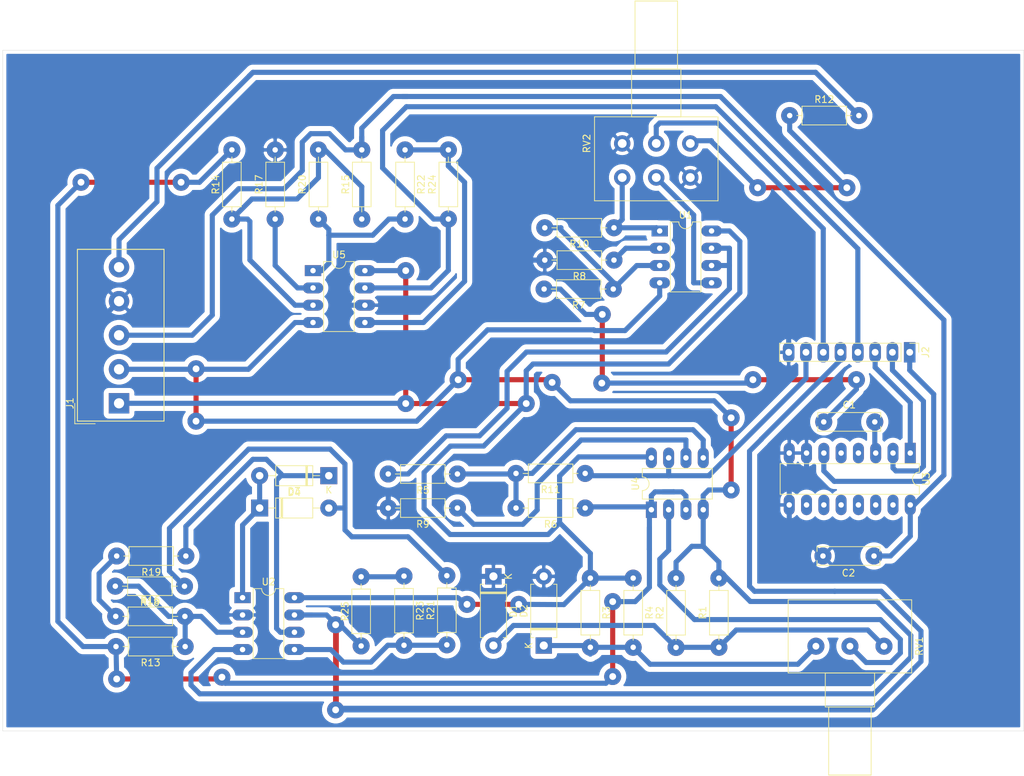
<source format=kicad_pcb>
(kicad_pcb (version 20171130) (host pcbnew "(5.1.6)-1")
  (layers (0 F.Cu signal) (31 B.Cu signal) (34 B.Paste user) (35 F.Paste user) (36 B.SilkS user) (37 F.SilkS user) (38 B.Mask user) (39 F.Mask user) (44 Edge.Cuts user))
  (net 0 "")
  (net 1 "Net-(C1-Pad1)")
  (net 2 /Input)
  (net 3 GND)
  (net 4 "Net-(D1-Pad2)")
  (net 5 "Net-(D2-Pad1)")
  (net 6 "Net-(D3-Pad2)")
  (net 7 "Net-(D3-Pad1)")
  (net 8 "Net-(D4-Pad1)")
  (net 9 /-12V)
  (net 10 /+12V)
  (net 11 /+5V)
  (net 12 /+3.3V)
  (net 13 /PolarityDac)
  (net 14 /OffsetDac)
  (net 15 /AmpDac)
  (net 16 /Output)
  (net 17 /AmpOut)
  (net 18 "Net-(R11-Pad2)")
  (net 19 /OffsetOut)
  (net 20 "Net-(R10-Pad2)")
  (net 21 "Net-(R8-Pad1)")
  (net 22 "Net-(R9-Pad1)")
  (net 23 "Net-(R10-Pad1)")
  (net 24 "Net-(R12-Pad1)")
  (net 25 "Net-(R13-Pad1)")
  (net 26 "Net-(R14-Pad1)")
  (net 27 "Net-(R16-Pad1)")
  (net 28 "Net-(R17-Pad1)")
  (net 29 "Net-(R20-Pad1)")
  (net 30 "Net-(R21-Pad1)")
  (net 31 "Net-(R22-Pad1)")
  (net 32 "Net-(R23-Pad1)")
  (net 33 "Net-(RV1-Pad2)")
  (net 34 "Net-(RV2-Pad5)")
  (net 35 /PWMInput)
  (net 36 /DACInput)
  (net 37 /B)
  (net 38 /A)
  (net 39 "Net-(U3-Pad4)")
  (net 40 "Net-(U3-Pad12)")
  (net 41 "Net-(U3-Pad5)")
  (net 42 /INH)
  (net 43 "Net-(U3-Pad15)")
  (net 44 "Net-(U3-Pad13)")
  (net 45 "Net-(U3-Pad14)")
  (module Package_DIP:DIP-16_W7.62mm_LongPads (layer F.Cu) (at 210.315 95.1757 270)
    (fp_text reference U3 (at 3.81 -2.33 90) (layer F.SilkS))
    (fp_text value CD4051B)
    (pad 16 thru_hole oval (at 7.62 0 270) (size 3 1.6) (drill 0.8) (layers *.Cu *.Mask) (net 11 /+5V))
    (pad 8 thru_hole oval (at 0 17.78 270) (size 3 1.6) (drill 0.8) (layers *.Cu *.Mask) (net 3 GND))
    (pad 15 thru_hole oval (at 7.62 2.54 270) (size 3 1.6) (drill 0.8) (layers *.Cu *.Mask) (net 43 "Net-(U3-Pad15)"))
    (pad 7 thru_hole oval (at 0 15.24 270) (size 3 1.6) (drill 0.8) (layers *.Cu *.Mask) (net 3 GND))
    (pad 14 thru_hole oval (at 7.62 5.08 270) (size 3 1.6) (drill 0.8) (layers *.Cu *.Mask) (net 45 "Net-(U3-Pad14)"))
    (pad 6 thru_hole oval (at 0 12.7 270) (size 3 1.6) (drill 0.8) (layers *.Cu *.Mask) (net 42 /INH))
    (pad 13 thru_hole oval (at 7.62 7.62 270) (size 3 1.6) (drill 0.8) (layers *.Cu *.Mask) (net 44 "Net-(U3-Pad13)"))
    (pad 5 thru_hole oval (at 0 10.16 270) (size 3 1.6) (drill 0.8) (layers *.Cu *.Mask) (net 41 "Net-(U3-Pad5)"))
    (pad 12 thru_hole oval (at 7.62 10.16 270) (size 3 1.6) (drill 0.8) (layers *.Cu *.Mask) (net 40 "Net-(U3-Pad12)"))
    (pad 4 thru_hole oval (at 0 7.62 270) (size 3 1.6) (drill 0.8) (layers *.Cu *.Mask) (net 39 "Net-(U3-Pad4)"))
    (pad 11 thru_hole oval (at 7.62 12.7 270) (size 3 1.6) (drill 0.8) (layers *.Cu *.Mask) (net 38 /A))
    (pad 3 thru_hole oval (at 0 5.08 270) (size 3 1.6) (drill 0.8) (layers *.Cu *.Mask) (net 2 /Input))
    (pad 10 thru_hole oval (at 7.62 15.24 270) (size 3 1.6) (drill 0.8) (layers *.Cu *.Mask) (net 37 /B))
    (pad 2 thru_hole oval (at 0 2.54 270) (size 3 1.6) (drill 0.8) (layers *.Cu *.Mask) (net 35 /PWMInput))
    (pad 9 thru_hole oval (at 7.62 17.78 270) (size 3 1.6) (drill 0.8) (layers *.Cu *.Mask) (net 3 GND))
    (pad 1 thru_hole rect (at 0 0 270) (size 3 1.6) (drill 0.8) (layers *.Cu *.Mask) (net 36 /DACInput))
  )
  (module TerminalBlock_Altech:Altech_AK300_1x05_P5.00mm_45-Degree (layer F.Cu) (at 94.0837 87.8678 90)
    (fp_text reference J1 (at 0 -7.2 90) (layer F.SilkS))
    (fp_text value Screw_Terminal_01x05)
    (pad 1 thru_hole rect (at 0 0 90) (size 3 3) (drill 1.5) (layers *.Cu *.Mask) (net 10 /+12V))
    (pad 2 thru_hole circle (at 5 0 90) (size 3 3) (drill 1.5) (layers *.Cu *.Mask) (net 9 /-12V))
    (pad 3 thru_hole circle (at 10 0 90) (size 3 3) (drill 1.5) (layers *.Cu *.Mask) (net 11 /+5V))
    (pad 4 thru_hole circle (at 15 0 90) (size 3 3) (drill 1.5) (layers *.Cu *.Mask) (net 3 GND))
    (pad 5 thru_hole circle (at 20 0 90) (size 3 3) (drill 1.5) (layers *.Cu *.Mask) (net 12 /+3.3V))
  )
  (module Resistor_THT:R_Axial_DIN0207_L6.3mm_D2.5mm_P10.16mm_Horizontal (layer F.Cu) (at 166.786 62.0838 180)
    (fp_text reference R10 (at 5.08 -2.37) (layer F.SilkS))
    (fp_text value 33k)
    (pad 1 thru_hole circle (at 0 0 180) (size 2.5 2.5) (drill 0.8) (layers *.Cu *.Mask) (net 23 "Net-(R10-Pad1)"))
    (pad 2 thru_hole oval (at 10.16 0 180) (size 2.5 2.5) (drill 0.8) (layers *.Cu *.Mask) (net 20 "Net-(R10-Pad2)"))
  )
  (module Resistor_THT:R_Axial_DIN0207_L6.3mm_D2.5mm_P10.16mm_Horizontal (layer F.Cu) (at 166.686 71.0838 180)
    (fp_text reference R7 (at 5.08 -2.37) (layer F.SilkS))
    (fp_text value 5.6k)
    (pad 1 thru_hole circle (at 0 0 180) (size 2.5 2.5) (drill 0.8) (layers *.Cu *.Mask) (net 20 "Net-(R10-Pad2)"))
    (pad 2 thru_hole oval (at 10.16 0 180) (size 2.5 2.5) (drill 0.8) (layers *.Cu *.Mask) (net 1 "Net-(C1-Pad1)"))
  )
  (module Resistor_THT:R_Axial_DIN0207_L6.3mm_D2.5mm_P10.16mm_Horizontal (layer F.Cu) (at 166.786 66.8338 180)
    (fp_text reference R8 (at 5.08 -2.37) (layer F.SilkS))
    (fp_text value 10k)
    (pad 2 thru_hole oval (at 10.16 0 180) (size 2.5 2.5) (drill 0.8) (layers *.Cu *.Mask) (net 3 GND))
    (pad 1 thru_hole circle (at 0 0 180) (size 2.5 2.5) (drill 0.8) (layers *.Cu *.Mask) (net 21 "Net-(R8-Pad1)"))
  )
  (module Potentiometer_THT:Potentiometer_Alps_RK163_Single_Horizontal (layer F.Cu) (at 196.45 123.55 270)
    (fp_text reference RV1 (at 0 -15.2 90) (layer F.SilkS))
    (fp_text value 10k)
    (pad 1 thru_hole circle (at 0 0 270) (size 2.5 2.5) (drill 1) (layers *.Cu *.Mask) (net 5 "Net-(D2-Pad1)"))
    (pad 2 thru_hole circle (at 0 -5 270) (size 2.5 2.5) (drill 1) (layers *.Cu *.Mask) (net 33 "Net-(RV1-Pad2)"))
    (pad 3 thru_hole circle (at 0 -10 270) (size 2.5 2.5) (drill 1) (layers *.Cu *.Mask) (net 4 "Net-(D1-Pad2)"))
  )
  (module Potentiometer_THT:Potentiometer_Alps_RK163_Dual_Horizontal (layer F.Cu) (at 178 49.7 90)
    (fp_text reference RV2 (at 0 -15.2 90) (layer F.SilkS))
    (fp_text value 100k)
    (pad 4 thru_hole circle (at -5 0 90) (size 2.4 2.4) (drill 1.3) (layers *.Cu *.Mask) (net 3 GND))
    (pad 5 thru_hole circle (at -5 -5 90) (size 2.4 2.4) (drill 1.3) (layers *.Cu *.Mask) (net 34 "Net-(RV2-Pad5)"))
    (pad 6 thru_hole circle (at -5 -10 90) (size 2.4 2.4) (drill 1.3) (layers *.Cu *.Mask) (net 23 "Net-(R10-Pad1)"))
    (pad 1 thru_hole circle (at 0 0 90) (size 2.4 2.4) (drill 1.3) (layers *.Cu *.Mask) (net 24 "Net-(R12-Pad1)"))
    (pad 2 thru_hole circle (at 0 -5 90) (size 2.4 2.4) (drill 1.3) (layers *.Cu *.Mask) (net 15 /AmpDac))
    (pad 3 thru_hole circle (at 0 -10 90) (size 2.4 2.4) (drill 1.3) (layers *.Cu *.Mask) (net 3 GND))
  )
  (module Resistor_THT:R_Axial_DIN0207_L6.3mm_D2.5mm_P10.16mm_Horizontal (layer F.Cu) (at 143.792 103.25 180)
    (fp_text reference R9 (at 5.08 -2.37) (layer F.SilkS))
    (fp_text value 10k)
    (pad 2 thru_hole oval (at 10.16 0 180) (size 2.5 2.5) (drill 0.8) (layers *.Cu *.Mask) (net 3 GND))
    (pad 1 thru_hole circle (at 0 0 180) (size 2.5 2.5) (drill 0.8) (layers *.Cu *.Mask) (net 22 "Net-(R9-Pad1)"))
  )
  (module Resistor_THT:R_Axial_DIN0207_L6.3mm_D2.5mm_P10.16mm_Horizontal (layer F.Cu) (at 162.56 98.1667 180)
    (fp_text reference R11 (at 5.08 -2.37) (layer F.SilkS))
    (fp_text value 10k)
    (pad 1 thru_hole circle (at 0 0 180) (size 2.5 2.5) (drill 0.8) (layers *.Cu *.Mask) (net 16 /Output))
    (pad 2 thru_hole oval (at 10.16 0 180) (size 2.5 2.5) (drill 0.8) (layers *.Cu *.Mask) (net 18 "Net-(R11-Pad2)"))
  )
  (module Resistor_THT:R_Axial_DIN0207_L6.3mm_D2.5mm_P10.16mm_Horizontal (layer F.Cu) (at 143.792 98.25 180)
    (fp_text reference R5 (at 5.08 -2.37) (layer F.SilkS))
    (fp_text value 10k)
    (pad 1 thru_hole circle (at 0 0 180) (size 2.5 2.5) (drill 0.8) (layers *.Cu *.Mask) (net 18 "Net-(R11-Pad2)"))
    (pad 2 thru_hole oval (at 10.16 0 180) (size 2.5 2.5) (drill 0.8) (layers *.Cu *.Mask) (net 17 /AmpOut))
  )
  (module Diode_THT:D_DO-15_P10.16mm_Horizontal (layer F.Cu) (at 149.081 113.29 270)
    (fp_text reference D1 (at 5.08 -2.92 270) (layer F.SilkS))
    (fp_text value D_Zener)
    (fp_text user K (at 0 -2.2 270) (layer F.SilkS))
    (pad 1 thru_hole rect (at 0 0 270) (size 2.4 2.4) (drill 1.2) (layers *.Cu *.Mask) (net 3 GND))
    (pad 2 thru_hole oval (at 10.16 0 270) (size 2.4 2.4) (drill 1.2) (layers *.Cu *.Mask) (net 4 "Net-(D1-Pad2)"))
  )
  (module Diode_THT:D_DO-15_P10.16mm_Horizontal (layer F.Cu) (at 156.475 123.45 90)
    (fp_text reference D2 (at 5.08 -2.92 270) (layer F.SilkS))
    (fp_text value D_Zener)
    (fp_text user K (at 0 -2.2 270) (layer F.SilkS))
    (pad 2 thru_hole oval (at 10.16 0 90) (size 2.4 2.4) (drill 1.2) (layers *.Cu *.Mask) (net 3 GND))
    (pad 1 thru_hole rect (at 0 0 90) (size 2.4 2.4) (drill 1.2) (layers *.Cu *.Mask) (net 5 "Net-(D2-Pad1)"))
  )
  (module Diode_THT:D_DO-41_SOD81_P10.16mm_Horizontal (layer F.Cu) (at 114.74 103.25)
    (fp_text reference D3 (at 5.08 -2.47) (layer F.SilkS))
    (fp_text value 1N4007)
    (pad 1 thru_hole rect (at 0 0) (size 2.5 2.5) (drill 1.1) (layers *.Cu *.Mask) (net 7 "Net-(D3-Pad1)"))
    (pad 2 thru_hole oval (at 10.16 0) (size 2.5 2.5) (drill 1.1) (layers *.Cu *.Mask) (net 6 "Net-(D3-Pad2)"))
  )
  (module Diode_THT:D_DO-41_SOD81_P10.16mm_Horizontal (layer F.Cu) (at 124.9 98.5 180)
    (fp_text reference D4 (at 5.08 -2.47) (layer F.SilkS))
    (fp_text value 1N4007)
    (fp_text user K (at 0 -2.1) (layer F.SilkS))
    (pad 2 thru_hole oval (at 10.16 0 180) (size 2.5 2.5) (drill 1.1) (layers *.Cu *.Mask) (net 7 "Net-(D3-Pad1)"))
    (pad 1 thru_hole rect (at 0 0 180) (size 2.5 2.5) (drill 1.1) (layers *.Cu *.Mask) (net 8 "Net-(D4-Pad1)"))
  )
  (module Resistor_THT:R_Axial_DIN0207_L6.3mm_D2.5mm_P10.16mm_Horizontal (layer F.Cu) (at 182.2 123.71 90)
    (fp_text reference R1 (at 5.08 -2.37 270) (layer F.SilkS))
    (fp_text value 8.2k)
    (pad 2 thru_hole oval (at 10.16 0 90) (size 2.5 2.5) (drill 0.8) (layers *.Cu *.Mask) (net 9 /-12V))
    (pad 1 thru_hole circle (at 0 0 90) (size 2.5 2.5) (drill 0.8) (layers *.Cu *.Mask) (net 4 "Net-(D1-Pad2)"))
  )
  (module Resistor_THT:R_Axial_DIN0207_L6.3mm_D2.5mm_P10.16mm_Horizontal (layer F.Cu) (at 175.906 123.728 90)
    (fp_text reference R2 (at 5.08 -2.37 270) (layer F.SilkS))
    (fp_text value 47k)
    (pad 1 thru_hole circle (at 0 0 90) (size 2.5 2.5) (drill 0.8) (layers *.Cu *.Mask) (net 4 "Net-(D1-Pad2)"))
    (pad 2 thru_hole oval (at 10.16 0 90) (size 2.5 2.5) (drill 0.8) (layers *.Cu *.Mask) (net 9 /-12V))
  )
  (module Resistor_THT:R_Axial_DIN0207_L6.3mm_D2.5mm_P10.16mm_Horizontal (layer F.Cu) (at 163.319 113.55 270)
    (fp_text reference R3 (at 5.08 -2.37 270) (layer F.SilkS))
    (fp_text value 8.2k)
    (pad 1 thru_hole circle (at 0 0 270) (size 2.5 2.5) (drill 0.8) (layers *.Cu *.Mask) (net 10 /+12V))
    (pad 2 thru_hole oval (at 10.16 0 270) (size 2.5 2.5) (drill 0.8) (layers *.Cu *.Mask) (net 5 "Net-(D2-Pad1)"))
  )
  (module Resistor_THT:R_Axial_DIN0207_L6.3mm_D2.5mm_P10.16mm_Horizontal (layer F.Cu) (at 169.612 113.55 270)
    (fp_text reference R4 (at 5.08 -2.37 270) (layer F.SilkS))
    (fp_text value 47k)
    (pad 2 thru_hole oval (at 10.16 0 270) (size 2.5 2.5) (drill 0.8) (layers *.Cu *.Mask) (net 5 "Net-(D2-Pad1)"))
    (pad 1 thru_hole circle (at 0 0 270) (size 2.5 2.5) (drill 0.8) (layers *.Cu *.Mask) (net 10 /+12V))
  )
  (module Resistor_THT:R_Axial_DIN0207_L6.3mm_D2.5mm_P10.16mm_Horizontal (layer F.Cu) (at 162.56 103.25 180)
    (fp_text reference R6 (at 5.08 -2.37) (layer F.SilkS))
    (fp_text value 10k)
    (pad 2 thru_hole oval (at 10.16 0 180) (size 2.5 2.5) (drill 0.8) (layers *.Cu *.Mask) (net 18 "Net-(R11-Pad2)"))
    (pad 1 thru_hole circle (at 0 0 180) (size 2.5 2.5) (drill 0.8) (layers *.Cu *.Mask) (net 19 /OffsetOut))
  )
  (module Resistor_THT:R_Axial_DIN0207_L6.3mm_D2.5mm_P10.16mm_Horizontal (layer F.Cu) (at 192.6 45.6)
    (fp_text reference R12 (at 5.08 -2.37) (layer F.SilkS))
    (fp_text value 10k)
    (pad 2 thru_hole oval (at 10.16 0) (size 2.5 2.5) (drill 0.8) (layers *.Cu *.Mask) (net 12 /+3.3V))
    (pad 1 thru_hole circle (at 0 0) (size 2.5 2.5) (drill 0.8) (layers *.Cu *.Mask) (net 24 "Net-(R12-Pad1)"))
  )
  (module Resistor_THT:R_Axial_DIN0207_L6.3mm_D2.5mm_P10.16mm_Horizontal (layer F.Cu) (at 103.8 123.6 180)
    (fp_text reference R13 (at 5.08 -2.37) (layer F.SilkS))
    (fp_text value 10k)
    (pad 2 thru_hole oval (at 10.16 0 180) (size 2.5 2.5) (drill 0.8) (layers *.Cu *.Mask) (net 19 /OffsetOut))
    (pad 1 thru_hole circle (at 0 0 180) (size 2.5 2.5) (drill 0.8) (layers *.Cu *.Mask) (net 25 "Net-(R13-Pad1)"))
  )
  (module Resistor_THT:R_Axial_DIN0207_L6.3mm_D2.5mm_P10.16mm_Horizontal (layer F.Cu) (at 110.66 60.8026 90)
    (fp_text reference R14 (at 5.08 -2.37 90) (layer F.SilkS))
    (fp_text value 33k)
    (pad 1 thru_hole circle (at 0 0 90) (size 2.5 2.5) (drill 0.8) (layers *.Cu *.Mask) (net 26 "Net-(R14-Pad1)"))
    (pad 2 thru_hole oval (at 10.16 0 90) (size 2.5 2.5) (drill 0.8) (layers *.Cu *.Mask) (net 19 /OffsetOut))
  )
  (module Resistor_THT:R_Axial_DIN0207_L6.3mm_D2.5mm_P10.16mm_Horizontal (layer F.Cu) (at 129.74 60.8026 90)
    (fp_text reference R15 (at 5.08 -2.37 90) (layer F.SilkS))
    (fp_text value 33k)
    (pad 2 thru_hole oval (at 10.16 0 90) (size 2.5 2.5) (drill 0.8) (layers *.Cu *.Mask) (net 11 /+5V))
    (pad 1 thru_hole circle (at 0 0 90) (size 2.5 2.5) (drill 0.8) (layers *.Cu *.Mask) (net 26 "Net-(R14-Pad1)"))
  )
  (module Resistor_THT:R_Axial_DIN0207_L6.3mm_D2.5mm_P10.16mm_Horizontal (layer F.Cu) (at 93.6 119.167)
    (fp_text reference R16 (at 5.08 -2.37) (layer F.SilkS))
    (fp_text value 3.3k)
    (pad 2 thru_hole oval (at 10.16 0) (size 2.5 2.5) (drill 0.8) (layers *.Cu *.Mask) (net 25 "Net-(R13-Pad1)"))
    (pad 1 thru_hole circle (at 0 0) (size 2.5 2.5) (drill 0.8) (layers *.Cu *.Mask) (net 27 "Net-(R16-Pad1)"))
  )
  (module Resistor_THT:R_Axial_DIN0207_L6.3mm_D2.5mm_P10.16mm_Horizontal (layer F.Cu) (at 117.02 60.8026 90)
    (fp_text reference R17 (at 5.08 -2.37 90) (layer F.SilkS))
    (fp_text value 10k)
    (pad 2 thru_hole oval (at 10.16 0 90) (size 2.5 2.5) (drill 0.8) (layers *.Cu *.Mask) (net 3 GND))
    (pad 1 thru_hole circle (at 0 0 90) (size 2.5 2.5) (drill 0.8) (layers *.Cu *.Mask) (net 28 "Net-(R17-Pad1)"))
  )
  (module Resistor_THT:R_Axial_DIN0207_L6.3mm_D2.5mm_P10.16mm_Horizontal (layer F.Cu) (at 103.7 114.733 180)
    (fp_text reference R18 (at 5.08 -2.37) (layer F.SilkS))
    (fp_text value 10k)
    (pad 1 thru_hole circle (at 0 0 180) (size 2.5 2.5) (drill 0.8) (layers *.Cu *.Mask) (net 6 "Net-(D3-Pad2)"))
    (pad 2 thru_hole oval (at 10.16 0 180) (size 2.5 2.5) (drill 0.8) (layers *.Cu *.Mask) (net 25 "Net-(R13-Pad1)"))
  )
  (module Resistor_THT:R_Axial_DIN0207_L6.3mm_D2.5mm_P10.16mm_Horizontal (layer F.Cu) (at 103.9 110.3 180)
    (fp_text reference R19 (at 5.08 -2.37) (layer F.SilkS))
    (fp_text value 2.7k)
    (pad 1 thru_hole circle (at 0 0 180) (size 2.5 2.5) (drill 0.8) (layers *.Cu *.Mask) (net 8 "Net-(D4-Pad1)"))
    (pad 2 thru_hole oval (at 10.16 0 180) (size 2.5 2.5) (drill 0.8) (layers *.Cu *.Mask) (net 27 "Net-(R16-Pad1)"))
  )
  (module Resistor_THT:R_Axial_DIN0207_L6.3mm_D2.5mm_P10.16mm_Horizontal (layer F.Cu) (at 123.38 60.8026 90)
    (fp_text reference R20 (at 5.08 -2.37 90) (layer F.SilkS))
    (fp_text value 10k)
    (pad 1 thru_hole circle (at 0 0 90) (size 2.5 2.5) (drill 0.8) (layers *.Cu *.Mask) (net 29 "Net-(R20-Pad1)"))
    (pad 2 thru_hole oval (at 10.16 0 90) (size 2.5 2.5) (drill 0.8) (layers *.Cu *.Mask) (net 26 "Net-(R14-Pad1)"))
  )
  (module Resistor_THT:R_Axial_DIN0207_L6.3mm_D2.5mm_P10.16mm_Horizontal (layer F.Cu) (at 142.238 123.346 90)
    (fp_text reference R21 (at 5.08 -2.37 90) (layer F.SilkS))
    (fp_text value 10k)
    (pad 1 thru_hole circle (at 0 0 90) (size 2.5 2.5) (drill 0.8) (layers *.Cu *.Mask) (net 30 "Net-(R21-Pad1)"))
    (pad 2 thru_hole oval (at 10.16 0 90) (size 2.5 2.5) (drill 0.8) (layers *.Cu *.Mask) (net 6 "Net-(D3-Pad2)"))
  )
  (module Resistor_THT:R_Axial_DIN0207_L6.3mm_D2.5mm_P10.16mm_Horizontal (layer F.Cu) (at 136.1 50.6426 270)
    (fp_text reference R22 (at 5.08 -2.37 90) (layer F.SilkS))
    (fp_text value 10k)
    (pad 1 thru_hole circle (at 0 0 270) (size 2.5 2.5) (drill 0.8) (layers *.Cu *.Mask) (net 31 "Net-(R22-Pad1)"))
    (pad 2 thru_hole oval (at 10.16 0 270) (size 2.5 2.5) (drill 0.8) (layers *.Cu *.Mask) (net 29 "Net-(R20-Pad1)"))
  )
  (module Resistor_THT:R_Axial_DIN0207_L6.3mm_D2.5mm_P10.16mm_Horizontal (layer F.Cu) (at 135.944 113.25 270)
    (fp_text reference R23 (at 5.08 -2.37 90) (layer F.SilkS))
    (fp_text value 3.3k)
    (pad 1 thru_hole circle (at 0 0 270) (size 2.5 2.5) (drill 0.8) (layers *.Cu *.Mask) (net 32 "Net-(R23-Pad1)"))
    (pad 2 thru_hole oval (at 10.16 0 270) (size 2.5 2.5) (drill 0.8) (layers *.Cu *.Mask) (net 30 "Net-(R21-Pad1)"))
  )
  (module Resistor_THT:R_Axial_DIN0207_L6.3mm_D2.5mm_P10.16mm_Horizontal (layer F.Cu) (at 142.46 60.8026 90)
    (fp_text reference R24 (at 5.08 -2.37 90) (layer F.SilkS))
    (fp_text value 10k)
    (pad 2 thru_hole oval (at 10.16 0 90) (size 2.5 2.5) (drill 0.8) (layers *.Cu *.Mask) (net 31 "Net-(R22-Pad1)"))
    (pad 1 thru_hole circle (at 0 0 90) (size 2.5 2.5) (drill 0.8) (layers *.Cu *.Mask) (net 13 /PolarityDac))
  )
  (module Resistor_THT:R_Axial_DIN0207_L6.3mm_D2.5mm_P10.16mm_Horizontal (layer F.Cu) (at 129.65 123.51 90)
    (fp_text reference R25 (at 5.08 -2.37 90) (layer F.SilkS))
    (fp_text value 2.7k)
    (pad 2 thru_hole oval (at 10.16 0 90) (size 2.5 2.5) (drill 0.8) (layers *.Cu *.Mask) (net 32 "Net-(R23-Pad1)"))
    (pad 1 thru_hole circle (at 0 0 90) (size 2.5 2.5) (drill 0.8) (layers *.Cu *.Mask) (net 14 /OffsetDac))
  )
  (module Connector_PinHeader_2.54mm:PinHeader_1x08_P2.54mm_Vertical (layer F.Cu) (at 210.2313 80.3761 270)
    (fp_text reference J2 (at 0 -2.33 270) (layer F.SilkS))
    (fp_text value Conn_01x08)
    (pad 1 thru_hole rect (at 0 0 270) (size 3 1.7) (drill 1) (layers *.Cu *.Mask) (net 42 /INH))
    (pad 2 thru_hole oval (at 0 2.54 270) (size 3 1.7) (drill 1) (layers *.Cu *.Mask) (net 35 /PWMInput))
    (pad 3 thru_hole oval (at 0 5.08 270) (size 3 1.7) (drill 1) (layers *.Cu *.Mask) (net 36 /DACInput))
    (pad 4 thru_hole oval (at 0 7.62 270) (size 3 1.7) (drill 1) (layers *.Cu *.Mask) (net 13 /PolarityDac))
    (pad 5 thru_hole oval (at 0 10.16 270) (size 3 1.7) (drill 1) (layers *.Cu *.Mask) (net 14 /OffsetDac))
    (pad 6 thru_hole oval (at 0 12.7 270) (size 3 1.7) (drill 1) (layers *.Cu *.Mask) (net 15 /AmpDac))
    (pad 7 thru_hole oval (at 0 15.24 270) (size 3 1.7) (drill 1) (layers *.Cu *.Mask) (net 16 /Output))
    (pad 8 thru_hole oval (at 0 17.78 270) (size 3 1.7) (drill 1) (layers *.Cu *.Mask) (net 3 GND))
  )
  (module Package_DIP:DIP-8_W7.62mm_LongPads (layer F.Cu) (at 173.503 62.5489)
    (fp_text reference U1 (at 3.81 -2.33) (layer F.SilkS))
    (fp_text value TL072)
    (pad 8 thru_hole oval (at 7.62 0) (size 3 1.6) (drill 0.8) (layers *.Cu *.Mask) (net 10 /+12V))
    (pad 4 thru_hole oval (at 0 7.62) (size 3 1.6) (drill 0.8) (layers *.Cu *.Mask) (net 9 /-12V))
    (pad 7 thru_hole oval (at 7.62 2.54) (size 3 1.6) (drill 0.8) (layers *.Cu *.Mask) (net 17 /AmpOut))
    (pad 3 thru_hole oval (at 0 5.08) (size 3 1.6) (drill 0.8) (layers *.Cu *.Mask) (net 20 "Net-(R10-Pad2)"))
    (pad 6 thru_hole oval (at 7.62 5.08) (size 3 1.6) (drill 0.8) (layers *.Cu *.Mask) (net 17 /AmpOut))
    (pad 2 thru_hole oval (at 0 2.54) (size 3 1.6) (drill 0.8) (layers *.Cu *.Mask) (net 21 "Net-(R8-Pad1)"))
    (pad 5 thru_hole oval (at 7.62 7.62) (size 3 1.6) (drill 0.8) (layers *.Cu *.Mask) (net 34 "Net-(RV2-Pad5)"))
    (pad 1 thru_hole rect (at 0 0) (size 2.4 1.6) (drill 0.8) (layers *.Cu *.Mask) (net 23 "Net-(R10-Pad1)"))
  )
  (module Package_DIP:DIP-8_W7.62mm_LongPads (layer F.Cu) (at 112.23 116.42)
    (fp_text reference U2 (at 3.81 -2.33) (layer F.SilkS))
    (fp_text value TL072)
    (pad 8 thru_hole oval (at 7.62 0) (size 3 1.6) (drill 0.8) (layers *.Cu *.Mask) (net 10 /+12V))
    (pad 4 thru_hole oval (at 0 7.62) (size 3 1.6) (drill 0.8) (layers *.Cu *.Mask) (net 9 /-12V))
    (pad 7 thru_hole oval (at 7.62 2.54) (size 3 1.6) (drill 0.8) (layers *.Cu *.Mask) (net 14 /OffsetDac))
    (pad 3 thru_hole oval (at 0 5.08) (size 3 1.6) (drill 0.8) (layers *.Cu *.Mask) (net 25 "Net-(R13-Pad1)"))
    (pad 6 thru_hole oval (at 7.62 5.08) (size 3 1.6) (drill 0.8) (layers *.Cu *.Mask) (net 8 "Net-(D4-Pad1)"))
    (pad 2 thru_hole oval (at 0 2.54) (size 3 1.6) (drill 0.8) (layers *.Cu *.Mask) (net 3 GND))
    (pad 5 thru_hole oval (at 7.62 7.62) (size 3 1.6) (drill 0.8) (layers *.Cu *.Mask) (net 30 "Net-(R21-Pad1)"))
    (pad 1 thru_hole rect (at 0 0) (size 2.4 1.6) (drill 0.8) (layers *.Cu *.Mask) (net 7 "Net-(D3-Pad1)"))
  )
  (module Package_DIP:DIP-8_W7.62mm_LongPads (layer F.Cu) (at 172.28 103.5 90)
    (fp_text reference U4 (at 3.81 -2.33 90) (layer F.SilkS))
    (fp_text value TL072)
    (pad 8 thru_hole oval (at 7.62 0 90) (size 3 1.6) (drill 0.8) (layers *.Cu *.Mask) (net 10 /+12V))
    (pad 4 thru_hole oval (at 0 7.62 90) (size 3 1.6) (drill 0.8) (layers *.Cu *.Mask) (net 9 /-12V))
    (pad 7 thru_hole oval (at 7.62 2.54 90) (size 3 1.6) (drill 0.8) (layers *.Cu *.Mask) (net 16 /Output))
    (pad 3 thru_hole oval (at 0 5.08 90) (size 3 1.6) (drill 0.8) (layers *.Cu *.Mask) (net 19 /OffsetOut))
    (pad 6 thru_hole oval (at 7.62 5.08 90) (size 3 1.6) (drill 0.8) (layers *.Cu *.Mask) (net 22 "Net-(R9-Pad1)"))
    (pad 2 thru_hole oval (at 0 2.54 90) (size 3 1.6) (drill 0.8) (layers *.Cu *.Mask) (net 33 "Net-(RV1-Pad2)"))
    (pad 5 thru_hole oval (at 7.62 7.62 90) (size 3 1.6) (drill 0.8) (layers *.Cu *.Mask) (net 18 "Net-(R11-Pad2)"))
    (pad 1 thru_hole rect (at 0 0 90) (size 2.4 1.6) (drill 0.8) (layers *.Cu *.Mask) (net 19 /OffsetOut))
  )
  (module Package_DIP:DIP-8_W7.62mm_LongPads (layer F.Cu) (at 122.58 68.38)
    (fp_text reference U5 (at 3.81 -2.33) (layer F.SilkS))
    (fp_text value TL072)
    (pad 1 thru_hole rect (at 0 0) (size 2.4 1.6) (drill 0.8) (layers *.Cu *.Mask) (net 29 "Net-(R20-Pad1)"))
    (pad 5 thru_hole oval (at 7.62 7.62) (size 3 1.6) (drill 0.8) (layers *.Cu *.Mask) (net 31 "Net-(R22-Pad1)"))
    (pad 2 thru_hole oval (at 0 2.54) (size 3 1.6) (drill 0.8) (layers *.Cu *.Mask) (net 28 "Net-(R17-Pad1)"))
    (pad 6 thru_hole oval (at 7.62 5.08) (size 3 1.6) (drill 0.8) (layers *.Cu *.Mask) (net 3 GND))
    (pad 3 thru_hole oval (at 0 5.08) (size 3 1.6) (drill 0.8) (layers *.Cu *.Mask) (net 26 "Net-(R14-Pad1)"))
    (pad 7 thru_hole oval (at 7.62 2.54) (size 3 1.6) (drill 0.8) (layers *.Cu *.Mask) (net 13 /PolarityDac))
    (pad 4 thru_hole oval (at 0 7.62) (size 3 1.6) (drill 0.8) (layers *.Cu *.Mask) (net 9 /-12V))
    (pad 8 thru_hole oval (at 7.62 0) (size 3 1.6) (drill 0.8) (layers *.Cu *.Mask) (net 10 /+12V))
  )
  (module Capacitor_THT:C_Rect_L9.0mm_W2.5mm_P7.50mm_MKT (layer F.Cu) (at 197.6 90.6)
    (fp_text reference C1 (at 3.75 -2.5 180) (layer F.SilkS))
    (fp_text value 100n)
    (pad 1 thru_hole circle (at 0 0) (size 2.5 2.5) (drill 0.8) (layers *.Cu *.Mask) (net 1 "Net-(C1-Pad1)"))
    (pad 2 thru_hole circle (at 7.5 0) (size 2.5 2.5) (drill 0.8) (layers *.Cu *.Mask) (net 2 /Input))
  )
  (module Capacitor_THT:C_Rect_L9.0mm_W2.5mm_P7.50mm_MKT (layer F.Cu) (at 204.985 110.296 180)
    (fp_text reference C2 (at 3.75 -2.5 180) (layer F.SilkS))
    (fp_text value 0.1uF)
    (pad 2 thru_hole circle (at 7.5 0 180) (size 2.5 2.5) (drill 0.8) (layers *.Cu *.Mask) (net 3 GND))
    (pad 1 thru_hole circle (at 0 0 180) (size 2.5 2.5) (drill 0.8) (layers *.Cu *.Mask) (net 11 /+5V))
  )
  (gr_line (start 227 136) (end 77 136) (layer Edge.Cuts) (width 0.05))
  (gr_line (start 227 36) (end 227 136) (layer Edge.Cuts) (width 0.05))
  (gr_line (start 77 36) (end 227 36) (layer Edge.Cuts) (width 0.05))
  (gr_line (start 77 136) (end 77 36) (layer Edge.Cuts) (width 0.05))
  (segment (start 158.9013 71.0838) (end 162.6275 74.81) (width 0.75) (layer B.Cu) (net 1))
  (segment (start 162.6275 74.81) (end 165.0734 74.81) (width 0.75) (layer B.Cu) (net 1))
  (segment (start 156.526 71.0838) (end 158.9013 71.0838) (width 0.75) (layer B.Cu) (net 1))
  (via (at 165.0734 74.81) (size 2.5) (drill 1) (layers F.Cu B.Cu) (net 1))
  (via (at 187.2 84.4) (size 2.5) (drill 1) (layers F.Cu B.Cu) (net 1))
  (segment (start 165.0734 84.1809) (end 165.0734 74.81) (width 0.75) (layer F.Cu) (net 1))
  (via (at 165 84.9) (size 2.5) (drill 1) (layers F.Cu B.Cu) (net 1))
  (segment (start 165 84.9) (end 165.0734 84.1809) (width 0.75) (layer F.Cu) (net 1))
  (segment (start 186.7 84.9) (end 187.2 84.4) (width 0.75) (layer B.Cu) (net 1))
  (segment (start 165 84.9) (end 186.7 84.9) (width 0.75) (layer B.Cu) (net 1))
  (segment (start 187.2 84.4) (end 202.4 84.4) (width 0.75) (layer F.Cu) (net 1))
  (via (at 202.4 84.4) (size 2.5) (drill 1) (layers F.Cu B.Cu) (net 1))
  (segment (start 202.4 85.8) (end 202.4 84.4) (width 0.75) (layer B.Cu) (net 1))
  (segment (start 197.6 90.6) (end 202.4 85.8) (width 0.75) (layer B.Cu) (net 1))
  (segment (start 205.1 95.0407) (end 205.235 95.1757) (width 0.75) (layer B.Cu) (net 2))
  (segment (start 205.1 90.6) (end 205.1 95.0407) (width 0.75) (layer B.Cu) (net 2))
  (segment (start 131.2267 97.2761) (end 127.0117 93.0611) (width 0.75) (layer B.Cu) (net 3))
  (segment (start 127.0117 93.0611) (end 92.4842 93.0611) (width 0.75) (layer B.Cu) (net 3))
  (segment (start 92.4842 93.0611) (end 89.9029 90.4798) (width 0.75) (layer B.Cu) (net 3))
  (segment (start 89.9029 90.4798) (end 89.9029 77.0486) (width 0.75) (layer B.Cu) (net 3))
  (segment (start 89.9029 77.0486) (end 94.0837 72.8678) (width 0.75) (layer B.Cu) (net 3))
  (segment (start 133.632 100.8747) (end 132.8587 100.8747) (width 0.75) (layer B.Cu) (net 3))
  (segment (start 132.8587 100.8747) (end 131.2267 99.2427) (width 0.75) (layer B.Cu) (net 3))
  (segment (start 131.2267 99.2427) (end 131.2267 97.2761) (width 0.75) (layer B.Cu) (net 3))
  (segment (start 154.2507 66.8338) (end 143.1132 77.9713) (width 0.75) (layer B.Cu) (net 3))
  (segment (start 143.1132 77.9713) (end 128.7258 77.9713) (width 0.75) (layer B.Cu) (net 3))
  (segment (start 128.7258 77.9713) (end 127.5747 76.8202) (width 0.75) (layer B.Cu) (net 3))
  (segment (start 127.5747 76.8202) (end 127.5747 73.46) (width 0.75) (layer B.Cu) (net 3))
  (segment (start 94.0837 72.8678) (end 94.0837 71.8066) (width 0.75) (layer B.Cu) (net 3))
  (segment (start 114.6447 51.2456) (end 114.6447 50.6426) (width 0.75) (layer B.Cu) (net 3))
  (segment (start 133.632 103.25) (end 133.632 100.8747) (width 0.75) (layer B.Cu) (net 3))
  (segment (start 192.4513 80.3761) (end 192.4513 80.2974) (width 0.75) (layer B.Cu) (net 3))
  (segment (start 133.632 103.25) (end 136.7157 103.25) (width 0.75) (layer B.Cu) (net 3))
  (segment (start 136.7157 103.25) (end 146.7557 113.29) (width 0.75) (layer B.Cu) (net 3))
  (segment (start 154.2507 61.0544) (end 154.2507 66.8338) (width 0.75) (layer B.Cu) (net 3))
  (segment (start 195.075 95.1757) (end 195.075 97.801) (width 0.75) (layer B.Cu) (net 3))
  (segment (start 192.535 96.4883) (end 193.8477 97.801) (width 0.75) (layer B.Cu) (net 3))
  (segment (start 193.8477 97.801) (end 195.075 97.801) (width 0.75) (layer B.Cu) (net 3))
  (segment (start 192.535 96.4883) (end 192.535 102.7957) (width 0.75) (layer B.Cu) (net 3))
  (segment (start 192.535 95.1757) (end 192.535 96.4883) (width 0.75) (layer B.Cu) (net 3))
  (segment (start 192.535 102.7957) (end 192.535 105.421) (width 0.75) (layer B.Cu) (net 3))
  (segment (start 192.535 105.421) (end 192.61 105.421) (width 0.75) (layer B.Cu) (net 3))
  (segment (start 192.61 105.421) (end 197.485 110.296) (width 0.75) (layer B.Cu) (net 3))
  (segment (start 156.626 66.8338) (end 154.2507 66.8338) (width 0.75) (layer B.Cu) (net 3))
  (segment (start 130.2 73.46) (end 127.5747 73.46) (width 0.75) (layer B.Cu) (net 3))
  (segment (start 192.4513 80.2974) (end 192.4513 65.4513) (width 0.75) (layer B.Cu) (net 3))
  (segment (start 156.475 113.29) (end 149.081 113.29) (width 0.75) (layer B.Cu) (net 3))
  (segment (start 149.081 113.29) (end 146.7557 113.29) (width 0.75) (layer B.Cu) (net 3))
  (segment (start 182.2 123.71) (end 184.7457 121.1643) (width 0.75) (layer B.Cu) (net 4))
  (segment (start 184.7457 121.1643) (end 204.0643 121.1643) (width 0.75) (layer B.Cu) (net 4))
  (segment (start 204.0643 121.1643) (end 206.45 123.55) (width 0.75) (layer B.Cu) (net 4))
  (segment (start 182.2 123.71) (end 175.924 123.71) (width 0.75) (layer B.Cu) (net 4))
  (segment (start 175.924 123.71) (end 175.906 123.728) (width 0.75) (layer B.Cu) (net 4))
  (segment (start 149.081 123.45) (end 152.031 120.5) (width 0.75) (layer B.Cu) (net 4))
  (segment (start 172.678 120.5) (end 175.906 123.728) (width 0.75) (layer B.Cu) (net 4))
  (segment (start 152.031 120.5) (end 172.678 120.5) (width 0.75) (layer B.Cu) (net 4))
  (segment (start 169.612 123.71) (end 172.102 126.2) (width 0.75) (layer B.Cu) (net 5))
  (segment (start 193.8 126.2) (end 196.45 123.55) (width 0.75) (layer B.Cu) (net 5))
  (segment (start 172.102 126.2) (end 193.8 126.2) (width 0.75) (layer B.Cu) (net 5))
  (segment (start 163.319 123.71) (end 163.319 124.719) (width 0.75) (layer B.Cu) (net 5))
  (segment (start 163.059 123.45) (end 163.319 123.71) (width 0.75) (layer B.Cu) (net 5))
  (segment (start 156.475 123.45) (end 163.059 123.45) (width 0.75) (layer B.Cu) (net 5))
  (segment (start 163.319 123.71) (end 169.612 123.71) (width 0.75) (layer B.Cu) (net 5))
  (segment (start 103.7 114.733) (end 101.4912 112.5242) (width 0.75) (layer B.Cu) (net 6))
  (segment (start 101.4912 112.5242) (end 101.4912 106.2321) (width 0.75) (layer B.Cu) (net 6))
  (segment (start 101.4912 106.2321) (end 113.1271 94.5962) (width 0.75) (layer B.Cu) (net 6))
  (segment (start 113.1271 94.5962) (end 125.0908 94.5962) (width 0.75) (layer B.Cu) (net 6))
  (segment (start 125.0908 94.5962) (end 127.2753 96.7807) (width 0.75) (layer B.Cu) (net 6))
  (segment (start 127.2753 96.7807) (end 127.2753 103.25) (width 0.75) (layer B.Cu) (net 6))
  (segment (start 124.9 103.25) (end 127.2753 103.25) (width 0.75) (layer B.Cu) (net 6))
  (segment (start 136.5273 107.4753) (end 142.238 113.186) (width 0.75) (layer B.Cu) (net 6))
  (segment (start 128.2753 107.4753) (end 136.5273 107.4753) (width 0.75) (layer B.Cu) (net 6))
  (segment (start 127.2753 103.25) (end 127.2753 106.4753) (width 0.75) (layer B.Cu) (net 6))
  (segment (start 127.2753 106.4753) (end 128.2753 107.4753) (width 0.75) (layer B.Cu) (net 6))
  (segment (start 112.23 105.76) (end 114.74 103.25) (width 0.75) (layer B.Cu) (net 7))
  (segment (start 112.23 116.42) (end 112.23 105.76) (width 0.75) (layer B.Cu) (net 7))
  (segment (start 114.74 103.25) (end 114.74 98.5) (width 0.75) (layer B.Cu) (net 7))
  (segment (start 117.8748 98.5) (end 117.8748 98.2387) (width 0.75) (layer B.Cu) (net 8))
  (segment (start 117.8748 98.2387) (end 115.7326 96.0965) (width 0.75) (layer B.Cu) (net 8))
  (segment (start 115.7326 96.0965) (end 113.7485 96.0965) (width 0.75) (layer B.Cu) (net 8))
  (segment (start 113.7485 96.0965) (end 103.9 105.945) (width 0.75) (layer B.Cu) (net 8))
  (segment (start 103.9 105.945) (end 103.9 110.3) (width 0.75) (layer B.Cu) (net 8))
  (segment (start 117.2247 99.1501) (end 117.8748 98.5) (width 0.75) (layer B.Cu) (net 8))
  (segment (start 117.8748 98.5) (end 124.9 98.5) (width 0.75) (layer B.Cu) (net 8))
  (segment (start 117.8 121.5) (end 117.2247 120.9247) (width 0.75) (layer B.Cu) (net 8))
  (segment (start 119.85 121.5) (end 117.8 121.5) (width 0.75) (layer B.Cu) (net 8))
  (segment (start 117.2247 120.9247) (end 117.2247 99.1501) (width 0.75) (layer B.Cu) (net 8))
  (segment (start 119.9547 76) (end 113.0869 82.8678) (width 0.75) (layer B.Cu) (net 9))
  (segment (start 122.58 76) (end 119.9547 76) (width 0.75) (layer B.Cu) (net 9))
  (segment (start 179.9 108.8747) (end 182.2 111.1747) (width 0.75) (layer B.Cu) (net 9))
  (segment (start 179.9 103.589) (end 179.9 108.8747) (width 0.75) (layer B.Cu) (net 9))
  (segment (start 178.224 108.8747) (end 175.906 111.1927) (width 0.75) (layer B.Cu) (net 9))
  (segment (start 175.906 113.568) (end 175.906 111.1927) (width 0.75) (layer B.Cu) (net 9))
  (segment (start 182.2 112.3623) (end 182.2 111.1747) (width 0.75) (layer B.Cu) (net 9))
  (segment (start 182.2 113.55) (end 182.2 112.3623) (width 0.75) (layer B.Cu) (net 9))
  (segment (start 179.9 103.589) (end 179.9 103.5) (width 0.75) (layer B.Cu) (net 9))
  (via (at 184 100.6) (size 2.5) (drill 1) (layers F.Cu B.Cu) (net 9))
  (via (at 184 90) (size 2.5) (drill 1) (layers F.Cu B.Cu) (net 9))
  (segment (start 184 90) (end 184 100.6) (width 0.75) (layer F.Cu) (net 9))
  (via (at 143.9 84.4) (size 2.5) (drill 1) (layers F.Cu B.Cu) (net 9))
  (segment (start 137.8068 90.4932) (end 143.9 84.4) (width 0.75) (layer B.Cu) (net 9))
  (segment (start 179.9 103.5) (end 179.9 101.4) (width 0.75) (layer B.Cu) (net 9))
  (segment (start 180.7 100.6) (end 184 100.6) (width 0.75) (layer B.Cu) (net 9))
  (segment (start 179.9 101.4) (end 180.7 100.6) (width 0.75) (layer B.Cu) (net 9))
  (segment (start 179.9 108.8747) (end 178.224 108.8747) (width 0.75) (layer B.Cu) (net 9))
  (segment (start 173.503 72.097) (end 173.503 70.1689) (width 0.75) (layer B.Cu) (net 9))
  (segment (start 143.9 81.4) (end 148.2242 77.0758) (width 0.75) (layer B.Cu) (net 9))
  (segment (start 143.9 84.4) (end 143.9 81.4) (width 0.75) (layer B.Cu) (net 9))
  (segment (start 148.2242 77.0758) (end 163.824198 77.0758) (width 0.75) (layer B.Cu) (net 9))
  (segment (start 168.414999 77.185001) (end 173.503 72.097) (width 0.75) (layer B.Cu) (net 9))
  (segment (start 163.824198 77.0758) (end 163.933399 77.185001) (width 0.75) (layer B.Cu) (net 9))
  (segment (start 163.933399 77.185001) (end 168.414999 77.185001) (width 0.75) (layer B.Cu) (net 9))
  (via (at 157.7 84.8) (size 2.5) (drill 1) (layers F.Cu B.Cu) (net 9))
  (segment (start 181.5 87.5) (end 184 90) (width 0.75) (layer B.Cu) (net 9))
  (segment (start 157.7 84.8) (end 160.4 87.5) (width 0.75) (layer B.Cu) (net 9))
  (segment (start 160.4 87.5) (end 181.5 87.5) (width 0.75) (layer B.Cu) (net 9))
  (segment (start 157.3 84.4) (end 157.7 84.8) (width 0.75) (layer F.Cu) (net 9))
  (segment (start 143.9 84.4) (end 157.3 84.4) (width 0.75) (layer F.Cu) (net 9))
  (segment (start 205.4091 116.9794) (end 186.8171 116.9794) (width 0.75) (layer B.Cu) (net 9))
  (segment (start 186.8171 116.9794) (end 182.2 112.3623) (width 0.75) (layer B.Cu) (net 9))
  (segment (start 104.6526 127.4743) (end 104.6526 129.2526) (width 0.75) (layer B.Cu) (net 9))
  (segment (start 210.3848 125.1669) (end 210.3848 121.9551) (width 0.75) (layer B.Cu) (net 9))
  (segment (start 205.01 130.5417) (end 210.3848 125.1669) (width 0.75) (layer B.Cu) (net 9))
  (segment (start 112.23 124.04) (end 108.0869 124.04) (width 0.75) (layer B.Cu) (net 9))
  (segment (start 104.6526 129.2526) (end 105.9417 130.5417) (width 0.75) (layer B.Cu) (net 9))
  (segment (start 210.3848 121.9551) (end 205.4091 116.9794) (width 0.75) (layer B.Cu) (net 9))
  (segment (start 108.0869 124.04) (end 104.6526 127.4743) (width 0.75) (layer B.Cu) (net 9))
  (segment (start 105.9417 130.5417) (end 205.01 130.5417) (width 0.75) (layer B.Cu) (net 9))
  (via (at 105.4 82.8) (size 2.5) (drill 1) (layers F.Cu B.Cu) (net 9))
  (segment (start 105.4678 82.8678) (end 105.4 82.8) (width 0.75) (layer B.Cu) (net 9))
  (segment (start 105.4678 82.8678) (end 94.0837 82.8678) (width 0.75) (layer B.Cu) (net 9))
  (segment (start 113.0869 82.8678) (end 105.4678 82.8678) (width 0.75) (layer B.Cu) (net 9))
  (via (at 105.3932 90.4932) (size 2.5) (drill 1) (layers F.Cu B.Cu) (net 9))
  (segment (start 105.4 90.4864) (end 105.3932 90.4932) (width 0.75) (layer F.Cu) (net 9))
  (segment (start 105.4 82.8) (end 105.4 90.4864) (width 0.75) (layer F.Cu) (net 9))
  (segment (start 105.3932 90.4932) (end 137.8068 90.4932) (width 0.75) (layer B.Cu) (net 9))
  (segment (start 158.8001 105.4564) (end 158.8001 98.5442) (width 0.75) (layer B.Cu) (net 10))
  (segment (start 158.8001 98.5442) (end 161.6049 95.7394) (width 0.75) (layer B.Cu) (net 10))
  (segment (start 161.6049 95.7394) (end 172.1394 95.7394) (width 0.75) (layer B.Cu) (net 10))
  (segment (start 172.1394 95.7394) (end 172.28 95.88) (width 0.75) (layer B.Cu) (net 10))
  (segment (start 163.319 113.55) (end 169.612 113.55) (width 0.75) (layer B.Cu) (net 10))
  (segment (start 158.8001 105.4564) (end 158.8564 105.4564) (width 0.75) (layer B.Cu) (net 10))
  (segment (start 163.319 109.919) (end 163.319 113.55) (width 0.75) (layer B.Cu) (net 10))
  (segment (start 158.8564 105.4564) (end 163.319 109.919) (width 0.75) (layer B.Cu) (net 10))
  (via (at 136.2 68.38) (size 2.5) (drill 1) (layers F.Cu B.Cu) (net 10))
  (segment (start 130.2 68.38) (end 136.2 68.38) (width 0.75) (layer B.Cu) (net 10))
  (via (at 136.2 87.9) (size 2.5) (drill 1) (layers F.Cu B.Cu) (net 10))
  (segment (start 136.2 68.38) (end 136.2 87.9) (width 0.75) (layer F.Cu) (net 10))
  (segment (start 136.1678 87.8678) (end 136.2 87.9) (width 0.75) (layer B.Cu) (net 10))
  (segment (start 94.0837 87.8678) (end 136.1678 87.8678) (width 0.75) (layer B.Cu) (net 10))
  (segment (start 183.7483 62.5489) (end 181.123 62.5489) (width 0.75) (layer B.Cu) (net 10))
  (segment (start 185.2772 64.0778) (end 183.7483 62.5489) (width 0.75) (layer B.Cu) (net 10))
  (segment (start 185.2772 71.6194) (end 185.2772 64.0778) (width 0.75) (layer B.Cu) (net 10))
  (segment (start 142.758467 94.158467) (end 138.9 98.016934) (width 0.75) (layer B.Cu) (net 10))
  (segment (start 153.9 87.9) (end 136.2 87.9) (width 0.75) (layer F.Cu) (net 10))
  (segment (start 138.9 98.016934) (end 138.9 103.312966) (width 0.75) (layer B.Cu) (net 10))
  (segment (start 157.11739 107.13911) (end 158.8001 105.4564) (width 0.75) (layer B.Cu) (net 10))
  (segment (start 174.8022 82.0944) (end 185.2772 71.6194) (width 0.75) (layer B.Cu) (net 10))
  (segment (start 138.9 103.312966) (end 142.726144 107.13911) (width 0.75) (layer B.Cu) (net 10))
  (segment (start 142.726144 107.13911) (end 157.11739 107.13911) (width 0.75) (layer B.Cu) (net 10))
  (via (at 153.9 87.9) (size 2.5) (drill 1) (layers F.Cu B.Cu) (net 10))
  (segment (start 142.95219 94.14781) (end 147.65219 94.14781) (width 0.75) (layer B.Cu) (net 10))
  (segment (start 147.65219 94.14781) (end 153.9 87.9) (width 0.75) (layer B.Cu) (net 10))
  (segment (start 142.941533 94.158467) (end 142.95219 94.14781) (width 0.75) (layer B.Cu) (net 10))
  (segment (start 142.758467 94.158467) (end 142.941533 94.158467) (width 0.75) (layer B.Cu) (net 10))
  (segment (start 153.9 83.0888) (end 154.8944 82.0944) (width 0.75) (layer B.Cu) (net 10))
  (segment (start 153.9 87.9) (end 153.9 83.0888) (width 0.75) (layer B.Cu) (net 10))
  (segment (start 154.8944 82.0944) (end 174.8022 82.0944) (width 0.75) (layer B.Cu) (net 10))
  (segment (start 152.8 117.4) (end 159.4323 117.4367) (width 0.75) (layer B.Cu) (net 10))
  (segment (start 159.4323 117.4367) (end 163.319 113.55) (width 0.75) (layer B.Cu) (net 10))
  (via (at 152.8 117.4) (size 2.5) (drill 1) (layers F.Cu B.Cu) (net 10))
  (segment (start 145.2 117.4) (end 152.8 117.4) (width 0.75) (layer F.Cu) (net 10))
  (segment (start 143.82 116.42) (end 119.85 116.42) (width 0.75) (layer B.Cu) (net 10))
  (via (at 145.2 117.4) (size 2.5) (drill 1) (layers F.Cu B.Cu) (net 10))
  (segment (start 145.2 117.4) (end 143.82 116.42) (width 0.75) (layer B.Cu) (net 10))
  (segment (start 210.8748 102.7957) (end 210.315 102.7957) (width 0.75) (layer B.Cu) (net 11))
  (segment (start 129.74 50.6426) (end 129.74 48.738666) (width 0.75) (layer B.Cu) (net 11))
  (segment (start 129.74 50.6426) (end 129.74 47.46) (width 0.75) (layer B.Cu) (net 11))
  (segment (start 129.74 47.46) (end 134.400018 42.799982) (width 0.75) (layer B.Cu) (net 11))
  (segment (start 134.400018 42.799982) (end 136.499981 42.799982) (width 0.75) (layer B.Cu) (net 11))
  (segment (start 135.678685 42.799981) (end 182.429181 42.799981) (width 0.75) (layer B.Cu) (net 11))
  (segment (start 182.429181 42.799981) (end 215.2534 75.6242) (width 0.75) (layer B.Cu) (net 11))
  (segment (start 210.315 102.7957) (end 210.315 107.385) (width 0.75) (layer B.Cu) (net 11))
  (segment (start 215.2534 75.6242) (end 215.2534 98.4171) (width 0.75) (layer B.Cu) (net 11))
  (segment (start 210.315 107.385) (end 207.404 110.296) (width 0.75) (layer B.Cu) (net 11))
  (segment (start 207.404 110.296) (end 204.985 110.296) (width 0.75) (layer B.Cu) (net 11))
  (segment (start 215.2534 98.4171) (end 210.8748 102.7957) (width 0.75) (layer B.Cu) (net 11))
  (segment (start 124.9817 48.2596) (end 127.3647 50.6426) (width 0.75) (layer B.Cu) (net 11))
  (segment (start 122.247998 48.2596) (end 124.9817 48.2596) (width 0.75) (layer B.Cu) (net 11))
  (segment (start 118.3476 56.3524) (end 121.004999 53.695001) (width 0.75) (layer B.Cu) (net 11))
  (segment (start 127.3647 50.6426) (end 129.74 50.6426) (width 0.75) (layer B.Cu) (net 11))
  (segment (start 94.0837 77.8678) (end 104.8322 77.8678) (width 0.75) (layer B.Cu) (net 11))
  (segment (start 121.004999 53.695001) (end 121.004999 49.502599) (width 0.75) (layer B.Cu) (net 11))
  (segment (start 107.7857 74.9143) (end 107.7857 60.2265) (width 0.75) (layer B.Cu) (net 11))
  (segment (start 104.8322 77.8678) (end 107.7857 74.9143) (width 0.75) (layer B.Cu) (net 11))
  (segment (start 107.7857 60.2265) (end 111.6598 56.3524) (width 0.75) (layer B.Cu) (net 11))
  (segment (start 121.004999 49.502599) (end 122.247998 48.2596) (width 0.75) (layer B.Cu) (net 11))
  (segment (start 111.6598 56.3524) (end 118.3476 56.3524) (width 0.75) (layer B.Cu) (net 11))
  (segment (start 99.6594 58.2594) (end 99.6594 53.3406) (width 0.75) (layer B.Cu) (net 12))
  (segment (start 94.0837 63.8351) (end 99.6594 58.2594) (width 0.75) (layer B.Cu) (net 12))
  (segment (start 94.0837 67.8678) (end 94.0837 63.8351) (width 0.75) (layer B.Cu) (net 12))
  (segment (start 113.2 39.8) (end 113.6 39.4) (width 0.75) (layer B.Cu) (net 12))
  (segment (start 99.6594 53.3406) (end 113.2 39.8) (width 0.75) (layer B.Cu) (net 12))
  (segment (start 196.41 39.25) (end 202.76 45.6) (width 0.75) (layer B.Cu) (net 12))
  (segment (start 113.75 39.25) (end 196.41 39.25) (width 0.75) (layer B.Cu) (net 12))
  (segment (start 113.2 39.8) (end 113.75 39.25) (width 0.75) (layer B.Cu) (net 12))
  (segment (start 181.742291 44.299991) (end 202.6113 65.169) (width 0.75) (layer B.Cu) (net 13))
  (segment (start 202.6113 65.169) (end 202.6113 80.3761) (width 0.75) (layer B.Cu) (net 13))
  (segment (start 142.46 60.8026) (end 140.3026 60.8026) (width 0.75) (layer B.Cu) (net 13))
  (segment (start 140.3026 60.8026) (end 132.8 53.3) (width 0.75) (layer B.Cu) (net 13))
  (segment (start 136.300009 44.299991) (end 181.742291 44.299991) (width 0.75) (layer B.Cu) (net 13))
  (segment (start 132.8 53.3) (end 132.8 47.8) (width 0.75) (layer B.Cu) (net 13))
  (segment (start 132.8 47.8) (end 136.300009 44.299991) (width 0.75) (layer B.Cu) (net 13))
  (segment (start 142.46 68.34) (end 142.46 60.8026) (width 0.75) (layer B.Cu) (net 13))
  (segment (start 130.2 70.92) (end 139.88 70.92) (width 0.75) (layer B.Cu) (net 13))
  (segment (start 139.88 70.92) (end 142.46 68.34) (width 0.75) (layer B.Cu) (net 13))
  (segment (start 119.85 118.96) (end 122.4753 118.96) (width 0.75) (layer B.Cu) (net 14))
  (via (at 125.9 132.9) (size 2.5) (drill 1) (layers F.Cu B.Cu) (net 14))
  (via (at 125.9 120.4) (size 2.5) (drill 1) (layers F.Cu B.Cu) (net 14))
  (segment (start 126.54 120.4) (end 129.65 123.51) (width 0.75) (layer B.Cu) (net 14))
  (segment (start 126 120.4) (end 126.54 120.4) (width 0.75) (layer B.Cu) (net 14))
  (segment (start 124.56 118.96) (end 126 120.4) (width 0.75) (layer B.Cu) (net 14))
  (segment (start 119.85 118.96) (end 124.56 118.96) (width 0.75) (layer B.Cu) (net 14))
  (segment (start 126 120.4) (end 126 132.6677) (width 0.75) (layer F.Cu) (net 14))
  (segment (start 200.0713 81.494934) (end 200.0713 80.3761) (width 0.75) (layer B.Cu) (net 14))
  (segment (start 206.0463 115.4791) (end 199.2209 115.4791) (width 0.75) (layer B.Cu) (net 14))
  (segment (start 199.22061 115.47939) (end 187.438424 115.47939) (width 0.75) (layer B.Cu) (net 14))
  (segment (start 126 132.6677) (end 205.0066 132.6677) (width 0.75) (layer B.Cu) (net 14))
  (segment (start 199.2209 115.4791) (end 199.22061 115.47939) (width 0.75) (layer B.Cu) (net 14))
  (segment (start 187.438424 115.47939) (end 186.7 114.740966) (width 0.75) (layer B.Cu) (net 14))
  (segment (start 211.8871 125.7872) (end 211.8871 121.3199) (width 0.75) (layer B.Cu) (net 14))
  (segment (start 186.7 94.9) (end 188.433117 93.166883) (width 0.75) (layer B.Cu) (net 14))
  (segment (start 188.433117 93.133117) (end 200.0713 81.494934) (width 0.75) (layer B.Cu) (net 14))
  (segment (start 211.8871 121.3199) (end 206.0463 115.4791) (width 0.75) (layer B.Cu) (net 14))
  (segment (start 186.7 114.740966) (end 186.7 94.9) (width 0.75) (layer B.Cu) (net 14))
  (segment (start 188.433117 93.166883) (end 188.433117 93.133117) (width 0.75) (layer B.Cu) (net 14))
  (segment (start 205.0066 132.6677) (end 205.63715 132.03715) (width 0.75) (layer B.Cu) (net 14))
  (segment (start 205.63715 132.03715) (end 211.8871 125.7872) (width 0.75) (layer B.Cu) (net 14))
  (segment (start 204.7743 132.9) (end 205.63715 132.03715) (width 0.75) (layer B.Cu) (net 14))
  (segment (start 125.9 132.9) (end 204.7743 132.9) (width 0.75) (layer B.Cu) (net 14))
  (segment (start 125.9 132.9) (end 125.9 120.4) (width 0.75) (layer F.Cu) (net 14))
  (segment (start 197.5313 80.3761) (end 197.5313 62.2127) (width 0.75) (layer B.Cu) (net 15))
  (segment (start 173 49.7) (end 173 47.2) (width 0.75) (layer B.Cu) (net 15))
  (segment (start 173.5093 46.6907) (end 182.0093 46.6907) (width 0.75) (layer B.Cu) (net 15))
  (segment (start 173 47.2) (end 173.5093 46.6907) (width 0.75) (layer B.Cu) (net 15))
  (segment (start 197.5313 62.2127) (end 182.0093 46.6907) (width 0.75) (layer B.Cu) (net 15))
  (segment (start 174.82 95.88) (end 174.82 98.5053) (width 0.75) (layer B.Cu) (net 16))
  (segment (start 174.82 98.5053) (end 162.8986 98.5053) (width 0.75) (layer B.Cu) (net 16))
  (segment (start 162.8986 98.5053) (end 162.56 98.1667) (width 0.75) (layer B.Cu) (net 16))
  (segment (start 194.9913 84.211074) (end 194.9913 80.3761) (width 0.75) (layer B.Cu) (net 16))
  (segment (start 180.8053 98.5053) (end 180.8053 98.397075) (width 0.75) (layer B.Cu) (net 16))
  (segment (start 180.8053 98.397075) (end 194.9913 84.211074) (width 0.75) (layer B.Cu) (net 16))
  (segment (start 174.82 98.5053) (end 180.8053 98.5053) (width 0.75) (layer B.Cu) (net 16))
  (segment (start 183.7483 65.0889) (end 183.7483 67.6289) (width 0.75) (layer B.Cu) (net 17))
  (segment (start 181.123 65.0889) (end 183.7483 65.0889) (width 0.75) (layer B.Cu) (net 17))
  (segment (start 181.123 67.6289) (end 183.7483 67.6289) (width 0.75) (layer B.Cu) (net 17))
  (segment (start 136.5456 98.25) (end 133.632 98.25) (width 0.75) (layer B.Cu) (net 17))
  (segment (start 151.0852 88.593466) (end 147.030866 92.6478) (width 0.75) (layer B.Cu) (net 17))
  (segment (start 151.0852 83.1852) (end 151.0852 88.593466) (width 0.75) (layer B.Cu) (net 17))
  (segment (start 147.030866 92.6478) (end 142.1478 92.6478) (width 0.75) (layer B.Cu) (net 17))
  (segment (start 153.9352 80.3352) (end 151.0852 83.1852) (width 0.75) (layer B.Cu) (net 17))
  (segment (start 174.4397 80.3352) (end 153.9352 80.3352) (width 0.75) (layer B.Cu) (net 17))
  (segment (start 183.7483 71.0266) (end 174.4397 80.3352) (width 0.75) (layer B.Cu) (net 17))
  (segment (start 142.1478 92.6478) (end 136.5456 98.25) (width 0.75) (layer B.Cu) (net 17))
  (segment (start 183.7483 67.6289) (end 183.7483 71.0266) (width 0.75) (layer B.Cu) (net 17))
  (segment (start 152.4 98.1667) (end 154.7753 98.1667) (width 0.75) (layer B.Cu) (net 18))
  (segment (start 179.9 95.88) (end 179.9 93.2547) (width 0.75) (layer B.Cu) (net 18))
  (segment (start 179.9 93.2547) (end 178.3936 91.7483) (width 0.75) (layer B.Cu) (net 18))
  (segment (start 178.3936 91.7483) (end 161.1937 91.7483) (width 0.75) (layer B.Cu) (net 18))
  (segment (start 161.1937 91.7483) (end 154.7753 98.1667) (width 0.75) (layer B.Cu) (net 18))
  (segment (start 152.4 103.25) (end 152.4 98.25) (width 0.75) (layer B.Cu) (net 18))
  (segment (start 152.4 98.25) (end 152.4 98.1667) (width 0.75) (layer B.Cu) (net 18))
  (segment (start 143.792 98.25) (end 152.4 98.25) (width 0.75) (layer B.Cu) (net 18))
  (segment (start 171.7716 103.0806) (end 162.7294 103.0806) (width 0.75) (layer B.Cu) (net 19))
  (segment (start 162.7294 103.0806) (end 162.56 103.25) (width 0.75) (layer B.Cu) (net 19))
  (segment (start 172.28 103.589) (end 171.7716 103.0806) (width 0.75) (layer B.Cu) (net 19))
  (segment (start 172.28 103.5) (end 172.28 103.589) (width 0.75) (layer B.Cu) (net 19))
  (via (at 103.2 55.4) (size 2.5) (drill 1) (layers F.Cu B.Cu) (net 19))
  (segment (start 105.9026 55.4) (end 110.66 50.6426) (width 0.75) (layer B.Cu) (net 19))
  (segment (start 103.2 55.4) (end 105.9026 55.4) (width 0.75) (layer B.Cu) (net 19))
  (segment (start 171.9934 103.7866) (end 172.28 103.5) (width 0.75) (layer B.Cu) (net 19))
  (segment (start 171.9934 109.3066) (end 171.9934 103.7866) (width 0.75) (layer B.Cu) (net 19))
  (segment (start 171.9934 109.3066) (end 171.9934 106.1119) (width 0.75) (layer B.Cu) (net 19))
  (segment (start 172.28 103.5) (end 172.28 101.42) (width 0.75) (layer B.Cu) (net 19))
  (segment (start 172.8253 100.8747) (end 175.5747 100.8747) (width 0.75) (layer B.Cu) (net 19))
  (segment (start 172.28 101.42) (end 172.8253 100.8747) (width 0.75) (layer B.Cu) (net 19))
  (segment (start 173.9775 100.8747) (end 175.5747 100.8747) (width 0.75) (layer B.Cu) (net 19))
  (segment (start 177.36 101.46) (end 177.36 103.5) (width 0.75) (layer B.Cu) (net 19))
  (segment (start 176.7747 100.8747) (end 177.36 101.46) (width 0.75) (layer B.Cu) (net 19))
  (segment (start 175.5747 100.8747) (end 176.7747 100.8747) (width 0.75) (layer B.Cu) (net 19))
  (via (at 88.5 55.4) (size 2.5) (drill 1) (layers F.Cu B.Cu) (net 19))
  (segment (start 88.5 55.4) (end 103.2 55.4) (width 0.75) (layer F.Cu) (net 19))
  (segment (start 88.8 123.6) (end 93.64 123.6) (width 0.75) (layer B.Cu) (net 19))
  (segment (start 85.1 119.9) (end 88.8 123.6) (width 0.75) (layer B.Cu) (net 19))
  (segment (start 88.5 55.4) (end 85.1 58.8) (width 0.75) (layer B.Cu) (net 19))
  (segment (start 85.1 58.8) (end 85.1 119.9) (width 0.75) (layer B.Cu) (net 19))
  (via (at 109.2 128.1) (size 2.5) (drill 1) (layers F.Cu B.Cu) (net 19))
  (via (at 93.74 128.36) (size 2.5) (drill 1) (layers F.Cu B.Cu) (net 19))
  (segment (start 93.64 123.6) (end 93.74 128.36) (width 0.75) (layer B.Cu) (net 19))
  (segment (start 108.94 128.36) (end 109.2 128.1) (width 0.75) (layer F.Cu) (net 19))
  (segment (start 93.74 128.36) (end 108.94 128.36) (width 0.75) (layer F.Cu) (net 19))
  (via (at 166.6 117) (size 2.5) (drill 1) (layers F.Cu B.Cu) (net 19))
  (segment (start 171.9934 114.9066) (end 171.9934 109.3066) (width 0.75) (layer B.Cu) (net 19))
  (segment (start 166.6 117) (end 169.9 117) (width 0.75) (layer B.Cu) (net 19))
  (segment (start 169.9 117) (end 171.9934 114.9066) (width 0.75) (layer B.Cu) (net 19))
  (segment (start 166.6 128) (end 166.6 117) (width 0.75) (layer F.Cu) (net 19))
  (via (at 166.6 128) (size 2.5) (drill 1) (layers F.Cu B.Cu) (net 19))
  (segment (start 109.69 128.99) (end 165.61 128.99) (width 0.75) (layer B.Cu) (net 19))
  (segment (start 109.2 128.5) (end 109.69 128.99) (width 0.75) (layer B.Cu) (net 19))
  (segment (start 165.61 128.99) (end 166.6 128) (width 0.75) (layer B.Cu) (net 19))
  (segment (start 109.2 128.1) (end 109.2 128.5) (width 0.75) (layer B.Cu) (net 19))
  (segment (start 156.626 62.0838) (end 159.0013 62.0838) (width 0.75) (layer B.Cu) (net 20))
  (segment (start 167.1814 70.5884) (end 159.0013 62.4083) (width 0.75) (layer B.Cu) (net 20))
  (segment (start 159.0013 62.4083) (end 159.0013 62.0838) (width 0.75) (layer B.Cu) (net 20))
  (segment (start 167.1814 70.5884) (end 166.686 71.0838) (width 0.75) (layer B.Cu) (net 20))
  (segment (start 173.503 67.6289) (end 170.1409 67.6289) (width 0.75) (layer B.Cu) (net 20))
  (segment (start 170.1409 67.6289) (end 167.1814 70.5884) (width 0.75) (layer B.Cu) (net 20))
  (segment (start 173.503 65.0889) (end 168.5309 65.0889) (width 0.75) (layer B.Cu) (net 21))
  (segment (start 168.5309 65.0889) (end 166.786 66.8338) (width 0.75) (layer B.Cu) (net 21))
  (segment (start 177.36 95.88) (end 177.36 93.2547) (width 0.75) (layer B.Cu) (net 22))
  (segment (start 177.36 93.2547) (end 161.9677 93.2547) (width 0.75) (layer B.Cu) (net 22))
  (segment (start 161.9677 93.2547) (end 155.5109 99.7115) (width 0.75) (layer B.Cu) (net 22))
  (segment (start 155.5109 99.7115) (end 155.5109 103.54) (width 0.75) (layer B.Cu) (net 22))
  (segment (start 155.5109 103.54) (end 153.4118 105.6391) (width 0.75) (layer B.Cu) (net 22))
  (segment (start 153.4118 105.6391) (end 146.1811 105.6391) (width 0.75) (layer B.Cu) (net 22))
  (segment (start 146.1811 105.6391) (end 143.792 103.25) (width 0.75) (layer B.Cu) (net 22))
  (segment (start 168 60.8698) (end 166.786 62.0838) (width 0.75) (layer B.Cu) (net 23))
  (segment (start 168 54.7) (end 168 60.8698) (width 0.75) (layer B.Cu) (net 23))
  (segment (start 173.0379 62.0838) (end 173.503 62.5489) (width 0.75) (layer B.Cu) (net 23))
  (segment (start 166.786 62.0838) (end 173.0379 62.0838) (width 0.75) (layer B.Cu) (net 23))
  (segment (start 181.099991 49.299991) (end 178 49.299991) (width 0.75) (layer B.Cu) (net 24))
  (via (at 187.9 56.2) (size 2.5) (drill 1) (layers F.Cu B.Cu) (net 24))
  (via (at 201 56.2) (size 2.5) (drill 1) (layers F.Cu B.Cu) (net 24))
  (segment (start 187.9 56.2) (end 201 56.2) (width 0.75) (layer F.Cu) (net 24))
  (segment (start 192.6 47.8) (end 201 56.2) (width 0.75) (layer B.Cu) (net 24))
  (segment (start 192.6 45.6) (end 192.6 47.8) (width 0.75) (layer B.Cu) (net 24))
  (segment (start 181.099991 49.399991) (end 187.9 56.2) (width 0.75) (layer B.Cu) (net 24))
  (segment (start 181.099991 49.299991) (end 181.099991 49.399991) (width 0.75) (layer B.Cu) (net 24))
  (segment (start 104.3539 119.7608) (end 103.8 120.3147) (width 0.75) (layer B.Cu) (net 25))
  (segment (start 103.8 120.3147) (end 103.8 123.6) (width 0.75) (layer B.Cu) (net 25))
  (segment (start 104.9477 119.167) (end 104.3539 119.7608) (width 0.75) (layer B.Cu) (net 25))
  (segment (start 104.3539 119.7608) (end 103.76 119.167) (width 0.75) (layer B.Cu) (net 25))
  (segment (start 112.23 121.5) (end 108.4683 121.5) (width 0.75) (layer B.Cu) (net 25))
  (segment (start 106.1353 119.167) (end 108.4683 121.5) (width 0.75) (layer B.Cu) (net 25))
  (segment (start 103.76 119.167) (end 101.3847 119.167) (width 0.75) (layer B.Cu) (net 25))
  (segment (start 93.54 114.733) (end 96.9507 114.733) (width 0.75) (layer B.Cu) (net 25))
  (segment (start 96.9507 114.733) (end 101.3847 119.167) (width 0.75) (layer B.Cu) (net 25))
  (segment (start 104.9477 119.167) (end 106.1353 119.167) (width 0.75) (layer B.Cu) (net 25))
  (segment (start 119.9547 73.46) (end 113.3096 66.8149) (width 0.75) (layer B.Cu) (net 26))
  (segment (start 113.3096 66.8149) (end 113.3096 61.1537) (width 0.75) (layer B.Cu) (net 26))
  (segment (start 112.9585 60.8026) (end 110.66 60.8026) (width 0.75) (layer B.Cu) (net 26))
  (segment (start 122.58 73.46) (end 119.9547 73.46) (width 0.75) (layer B.Cu) (net 26))
  (segment (start 113.3096 61.1537) (end 112.9585 60.8026) (width 0.75) (layer B.Cu) (net 26))
  (segment (start 129.74 60.8026) (end 129.74 56.04) (width 0.75) (layer B.Cu) (net 26))
  (segment (start 124.3426 50.6426) (end 123.38 50.6426) (width 0.75) (layer B.Cu) (net 26))
  (segment (start 129.74 56.04) (end 124.3426 50.6426) (width 0.75) (layer B.Cu) (net 26))
  (segment (start 123.38 54.72) (end 123.38 50.6426) (width 0.75) (layer B.Cu) (net 26))
  (segment (start 120.247591 57.852409) (end 123.38 54.72) (width 0.75) (layer B.Cu) (net 26))
  (segment (start 110.66 60.8026) (end 113.61019 57.85241) (width 0.75) (layer B.Cu) (net 26))
  (segment (start 113.61019 57.85241) (end 120.247591 57.852409) (width 0.75) (layer B.Cu) (net 26))
  (segment (start 93.6 119.167) (end 91.1576 116.7246) (width 0.75) (layer B.Cu) (net 27))
  (segment (start 91.1576 116.7246) (end 91.1576 112.8824) (width 0.75) (layer B.Cu) (net 27))
  (segment (start 91.1576 112.8824) (end 93.74 110.3) (width 0.75) (layer B.Cu) (net 27))
  (segment (start 117.02 67.62) (end 117.02 60.8026) (width 0.75) (layer B.Cu) (net 28))
  (segment (start 122.58 70.92) (end 120.32 70.92) (width 0.75) (layer B.Cu) (net 28))
  (segment (start 120.32 70.92) (end 117.02 67.62) (width 0.75) (layer B.Cu) (net 28))
  (segment (start 136.1 60.8026) (end 133.7247 60.8026) (width 0.75) (layer B.Cu) (net 29))
  (segment (start 124.9053 63.178) (end 124.9053 62.3279) (width 0.75) (layer B.Cu) (net 29))
  (segment (start 124.9053 62.3279) (end 123.38 60.8026) (width 0.75) (layer B.Cu) (net 29))
  (segment (start 133.7247 60.8026) (end 131.3493 63.178) (width 0.75) (layer B.Cu) (net 29))
  (segment (start 131.3493 63.178) (end 124.9053 63.178) (width 0.75) (layer B.Cu) (net 29))
  (segment (start 123.8306 68.38) (end 124.9053 67.3053) (width 0.75) (layer B.Cu) (net 29))
  (segment (start 122.58 68.38) (end 123.8306 68.38) (width 0.75) (layer B.Cu) (net 29))
  (segment (start 124.9053 67.3053) (end 124.9053 63.178) (width 0.75) (layer B.Cu) (net 29))
  (segment (start 135.944 123.41) (end 142.174 123.41) (width 0.75) (layer B.Cu) (net 30))
  (segment (start 142.238 123.346) (end 142.174 123.41) (width 0.75) (layer B.Cu) (net 30))
  (segment (start 133.5687 123.41) (end 135.944 123.41) (width 0.75) (layer B.Cu) (net 30))
  (segment (start 131.093699 125.885001) (end 133.5687 123.41) (width 0.75) (layer B.Cu) (net 30))
  (segment (start 127.040067 125.885001) (end 131.093699 125.885001) (width 0.75) (layer B.Cu) (net 30))
  (segment (start 125.195066 124.04) (end 127.040067 125.885001) (width 0.75) (layer B.Cu) (net 30))
  (segment (start 119.85 124.04) (end 125.195066 124.04) (width 0.75) (layer B.Cu) (net 30))
  (segment (start 142.46 50.6426) (end 136.1 50.6426) (width 0.75) (layer B.Cu) (net 31))
  (segment (start 142.46 53.0179) (end 142.46 50.6426) (width 0.75) (layer B.Cu) (net 31))
  (segment (start 144.8463 55.4042) (end 142.46 53.0179) (width 0.75) (layer B.Cu) (net 31))
  (segment (start 138.8 76) (end 144.8463 69.9537) (width 0.75) (layer B.Cu) (net 31))
  (segment (start 144.8463 69.9537) (end 144.8463 55.4042) (width 0.75) (layer B.Cu) (net 31))
  (segment (start 130.2 76) (end 138.8 76) (width 0.75) (layer B.Cu) (net 31))
  (segment (start 129.65 113.35) (end 135.844 113.35) (width 0.75) (layer B.Cu) (net 32))
  (segment (start 135.844 113.35) (end 135.944 113.25) (width 0.75) (layer B.Cu) (net 32))
  (segment (start 174.82 103.5) (end 174.82 109.463) (width 0.75) (layer B.Cu) (net 33))
  (segment (start 174.82 109.463) (end 173.5225 110.7605) (width 0.75) (layer B.Cu) (net 33))
  (segment (start 173.5225 110.7605) (end 173.5225 114.5477) (width 0.75) (layer B.Cu) (net 33))
  (segment (start 173.5225 114.5477) (end 178.6113 119.6365) (width 0.75) (layer B.Cu) (net 33))
  (segment (start 178.6113 119.6365) (end 205.9337 119.6365) (width 0.75) (layer B.Cu) (net 33))
  (segment (start 205.9337 119.6365) (end 208.8545 122.5573) (width 0.75) (layer B.Cu) (net 33))
  (segment (start 208.8545 122.5573) (end 208.8545 124.5454) (width 0.75) (layer B.Cu) (net 33))
  (segment (start 208.8545 124.5454) (end 207.4546 125.9453) (width 0.75) (layer B.Cu) (net 33))
  (segment (start 207.4546 125.9453) (end 203.8453 125.9453) (width 0.75) (layer B.Cu) (net 33))
  (segment (start 203.8453 125.9453) (end 201.45 123.55) (width 0.75) (layer B.Cu) (net 33))
  (segment (start 181.123 70.1689) (end 178.4977 70.1689) (width 0.75) (layer B.Cu) (net 34))
  (segment (start 173 54.7) (end 178.4977 60.1977) (width 0.75) (layer B.Cu) (net 34))
  (segment (start 178.4977 60.1977) (end 178.4977 70.1689) (width 0.75) (layer B.Cu) (net 34))
  (segment (start 207.775 97.377) (end 208.199 97.801) (width 0.75) (layer B.Cu) (net 35))
  (segment (start 207.775 95.1757) (end 207.775 97.377) (width 0.75) (layer B.Cu) (net 35))
  (segment (start 207.6913 83.0014) (end 207.6913 80.3761) (width 0.75) (layer B.Cu) (net 35))
  (segment (start 212.2489 87.559) (end 207.6913 83.0014) (width 0.75) (layer B.Cu) (net 35))
  (segment (start 212.2489 97.1346) (end 212.2489 87.559) (width 0.75) (layer B.Cu) (net 35))
  (segment (start 211.5825 97.801) (end 212.2489 97.1346) (width 0.75) (layer B.Cu) (net 35))
  (segment (start 208.199 97.801) (end 211.5825 97.801) (width 0.75) (layer B.Cu) (net 35))
  (segment (start 205.1513 82.582734) (end 205.1513 80.3761) (width 0.75) (layer B.Cu) (net 36))
  (segment (start 210.315 87.746434) (end 205.1513 82.582734) (width 0.75) (layer B.Cu) (net 36))
  (segment (start 210.315 95.1757) (end 210.315 87.746434) (width 0.75) (layer B.Cu) (net 36))
  (segment (start 210.2313 80.3761) (end 210.2313 83.0014) (width 0.75) (layer B.Cu) (net 42))
  (segment (start 210.2313 83.0014) (end 213.753 86.5231) (width 0.75) (layer B.Cu) (net 42))
  (segment (start 213.753 86.5231) (end 213.753 97.7742) (width 0.75) (layer B.Cu) (net 42))
  (segment (start 199.1463 99.3323) (end 197.615 97.801) (width 0.75) (layer B.Cu) (net 42))
  (segment (start 197.615 95.1757) (end 197.615 97.801) (width 0.75) (layer B.Cu) (net 42))
  (segment (start 213.753 97.7742) (end 212.1949 99.3323) (width 0.75) (layer B.Cu) (net 42))
  (segment (start 212.1949 99.3323) (end 199.1463 99.3323) (width 0.75) (layer B.Cu) (net 42))
  (zone (net 3) (net_name GND) (layer B.Cu) (connect_pads (clearance 0.508)) (min_thickness 0.254) (fill yes (arc_segments 32) (thermal_gap 0.508) (thermal_bridge_width 0.508))
    (polygon (pts (xy 226.8 36.2) (xy 226.8 136.2) (xy 76.8 136) (xy 76.6 36) (xy 76.6 35.6)))
  )
)
</source>
